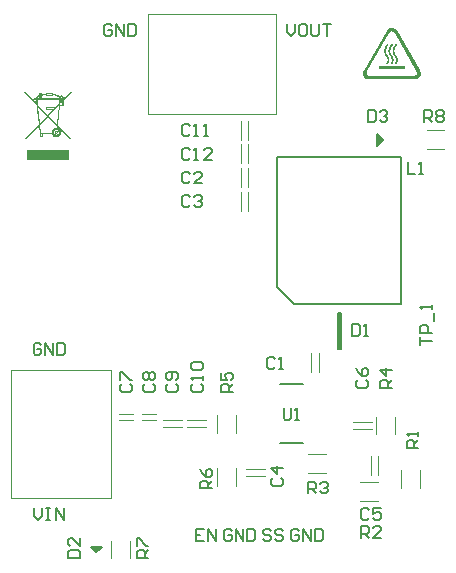
<source format=gto>
G04*
G04 #@! TF.GenerationSoftware,Altium Limited,Altium Designer,22.7.1 (60)*
G04*
G04 Layer_Color=65535*
%FSLAX44Y44*%
%MOMM*%
G71*
G04*
G04 #@! TF.SameCoordinates,B907E7F6-3D8B-4148-802C-DA242210B7AD*
G04*
G04*
G04 #@! TF.FilePolarity,Positive*
G04*
G01*
G75*
%ADD10C,0.1000*%
%ADD11C,0.2000*%
G36*
X59378Y427607D02*
X51473Y419508D01*
X52316D01*
Y415167D01*
X49205D01*
X48622Y408363D01*
X47780Y398968D01*
X58147Y388212D01*
X57369Y387369D01*
X47650Y397412D01*
X47585Y396829D01*
X48039Y396635D01*
X48557Y396311D01*
X49011Y395857D01*
X49335Y395404D01*
X49594Y394885D01*
X49788Y394367D01*
X49918Y393849D01*
X49983Y393201D01*
X49918Y392618D01*
X49724Y391970D01*
X49400Y391257D01*
X48946Y390609D01*
X48492Y390155D01*
X47909Y389767D01*
X47197Y389507D01*
X46613Y389313D01*
X45836D01*
X45058Y389378D01*
X44216Y389637D01*
X43503Y390155D01*
X42985Y390739D01*
X42596Y391257D01*
X42337Y391775D01*
X34691D01*
Y389119D01*
X32229D01*
Y391775D01*
X31905D01*
X31257Y398708D01*
X20177Y387369D01*
X19399Y388147D01*
X31127Y400263D01*
X30609Y405642D01*
X29896Y413093D01*
X29572Y416203D01*
X18622Y427607D01*
X19399Y428385D01*
X29443Y417953D01*
X29183Y420480D01*
X27499D01*
Y422488D01*
X29054D01*
X28989Y422942D01*
X29119Y423201D01*
X29248Y423396D01*
X29508Y423655D01*
X29896Y423979D01*
X30285Y424238D01*
X30739Y424497D01*
X31192Y424691D01*
X31516Y424886D01*
Y426117D01*
X34173D01*
Y425598D01*
X35015Y425728D01*
X35857Y425858D01*
X36635Y425923D01*
X37153D01*
Y426765D01*
X43374D01*
Y425793D01*
X44151Y425728D01*
X45123Y425534D01*
X46030Y425339D01*
X46937Y425080D01*
X47780Y424756D01*
X48363Y424497D01*
X48816Y424173D01*
X49141Y423914D01*
X49270Y424108D01*
X49594Y424303D01*
X49983Y424432D01*
X50436Y424497D01*
X50890Y424432D01*
X51343Y424238D01*
X51667Y423979D01*
X51927Y423525D01*
X52056Y423266D01*
X52121Y422877D01*
X52056Y422553D01*
X51992Y422294D01*
X51862Y421970D01*
X51667Y421776D01*
X51473Y421581D01*
X51279Y421452D01*
X51149Y421322D01*
Y420739D01*
X58536Y428385D01*
X59378Y427607D01*
D02*
G37*
G36*
X56398Y378428D02*
Y378298D01*
Y378168D01*
Y377909D01*
Y377520D01*
Y377067D01*
Y377002D01*
Y376808D01*
Y376548D01*
Y376160D01*
Y375706D01*
Y375188D01*
Y374021D01*
Y373957D01*
Y373762D01*
Y373438D01*
Y372985D01*
Y372013D01*
Y370976D01*
Y370911D01*
Y370782D01*
Y370328D01*
Y369810D01*
Y369680D01*
Y369615D01*
X20954D01*
Y369810D01*
Y369939D01*
Y370198D01*
Y370522D01*
Y370976D01*
Y371041D01*
Y371235D01*
Y371494D01*
Y371883D01*
Y372337D01*
Y372855D01*
Y374021D01*
Y374086D01*
Y374281D01*
Y374604D01*
Y375058D01*
Y376030D01*
Y377067D01*
Y377132D01*
Y377261D01*
Y377520D01*
Y377780D01*
Y378039D01*
Y378298D01*
Y378428D01*
Y378492D01*
X56398D01*
Y378428D01*
D02*
G37*
G36*
X330745Y481901D02*
X331199Y481771D01*
X331717Y481642D01*
X332300Y481382D01*
X332819Y481059D01*
X333402Y480605D01*
X333467Y480540D01*
X333596Y480410D01*
X333920Y480087D01*
X333985Y480022D01*
X334050Y479892D01*
X334309Y479503D01*
X353877Y445615D01*
X353942Y445551D01*
X354007Y445356D01*
X354136Y444967D01*
X354331Y444514D01*
X354460Y443996D01*
X354525Y443348D01*
Y442700D01*
X354460Y441987D01*
Y441922D01*
X354395Y441792D01*
X354331Y441533D01*
X354266Y441274D01*
Y441209D01*
X354201Y441080D01*
X354072Y440885D01*
X353942Y440561D01*
X353877D01*
X353812Y440497D01*
X353683Y440302D01*
X353488Y439978D01*
X353164Y439654D01*
X352776Y439266D01*
X352322Y438877D01*
X351739Y438553D01*
X351091Y438293D01*
X351026D01*
X350832Y438229D01*
X350573Y438164D01*
X350313D01*
X350249Y438099D01*
X349989D01*
X349665Y438034D01*
X310205D01*
X309816Y438099D01*
X309363Y438229D01*
X308780Y438358D01*
X308196Y438618D01*
X307613Y438941D01*
X307030Y439395D01*
X306965Y439460D01*
X306836Y439589D01*
X306512Y439913D01*
X306447Y439978D01*
X306382Y440108D01*
X306123Y440561D01*
X306058Y440626D01*
X305993Y440821D01*
X305864Y441144D01*
X305669Y441598D01*
X305540Y442117D01*
X305475Y442700D01*
Y443348D01*
X305540Y444060D01*
Y444125D01*
X305604Y444319D01*
X305669Y444579D01*
X305734Y444773D01*
Y444838D01*
X305799Y444967D01*
X305928Y445162D01*
X306058Y445421D01*
Y445486D01*
Y445551D01*
X306123D01*
X325626Y479374D01*
Y479439D01*
X325756Y479568D01*
X326015Y479957D01*
X326534Y480540D01*
X327117Y481059D01*
X327246Y481123D01*
X327505Y481253D01*
X327570Y481318D01*
X327700Y481382D01*
X327959Y481512D01*
X328218Y481642D01*
X328607Y481771D01*
X329061Y481836D01*
X329514Y481966D01*
X330356D01*
X330745Y481901D01*
D02*
G37*
%LPC*%
G36*
X42272Y425663D02*
X38320D01*
Y425015D01*
X42272D01*
Y425663D01*
D02*
G37*
G36*
X33071Y425015D02*
X32618D01*
Y423525D01*
X33071D01*
Y425015D01*
D02*
G37*
G36*
X37153Y424756D02*
X36052Y424691D01*
X35080Y424562D01*
X34173Y424367D01*
Y422488D01*
X48622D01*
Y422747D01*
X48169Y423201D01*
X47585Y423525D01*
X46808Y423914D01*
X45836Y424173D01*
X44670Y424432D01*
X43374Y424627D01*
Y423914D01*
X37153D01*
Y424756D01*
D02*
G37*
G36*
X31516Y423590D02*
X30868Y423266D01*
X30479Y423007D01*
X30155Y422683D01*
Y422488D01*
X31516D01*
Y423590D01*
D02*
G37*
G36*
X50372Y423396D02*
X50307D01*
X50112Y423331D01*
X49918Y423136D01*
X49853Y422812D01*
Y422747D01*
X49918Y422553D01*
X50048Y422359D01*
X50372Y422294D01*
X50436D01*
X50696Y422359D01*
X50890Y422488D01*
X50955Y422812D01*
Y422877D01*
X50890Y423136D01*
X50696Y423331D01*
X50372Y423396D01*
D02*
G37*
G36*
X51149Y418406D02*
X49011D01*
Y416268D01*
X51149D01*
Y418406D01*
D02*
G37*
G36*
X43957Y413547D02*
X38125D01*
Y413158D01*
X43957D01*
Y413547D01*
D02*
G37*
G36*
X48492Y420480D02*
X30350D01*
X30674Y416721D01*
X38903Y408169D01*
X42661Y412056D01*
X37024D01*
Y414648D01*
X45188D01*
X47909Y417434D01*
Y419508D01*
X48363D01*
X48492Y420480D01*
D02*
G37*
G36*
X30868Y414907D02*
X32164Y401235D01*
X38125Y407391D01*
X30868Y414907D01*
D02*
G37*
G36*
X47909Y415814D02*
X45188Y413028D01*
Y412056D01*
X44216D01*
X39680Y407391D01*
X46743Y400069D01*
X48039Y415167D01*
X47909D01*
Y415814D01*
D02*
G37*
G36*
X38903Y406549D02*
X32294Y399745D01*
X32942Y392942D01*
X42078D01*
X42013Y393525D01*
X42207Y394367D01*
X42531Y395145D01*
X42985Y395793D01*
X43439Y396246D01*
X43957Y396635D01*
X44670Y396959D01*
X45382Y397153D01*
X45965Y397218D01*
X46484Y397153D01*
X46613Y398579D01*
X38903Y406549D01*
D02*
G37*
G36*
X45965Y395210D02*
X45641D01*
X45382Y395080D01*
X44994Y394950D01*
X44670Y394756D01*
X44346Y394367D01*
X44086Y393914D01*
X44022Y393266D01*
Y393201D01*
X44086Y392942D01*
X44151Y392682D01*
X44281Y392294D01*
X44475Y391970D01*
X44864Y391646D01*
X45318Y391386D01*
X45965Y391322D01*
X46030D01*
X46290Y391386D01*
X46613Y391451D01*
X46937Y391581D01*
X47326Y391775D01*
X47585Y392164D01*
X47845Y392618D01*
X47909Y393266D01*
Y393330D01*
Y393590D01*
X47780Y393914D01*
X47650Y394238D01*
X47456Y394626D01*
X47067Y394885D01*
X46613Y395145D01*
X45965Y395210D01*
D02*
G37*
G36*
X33590Y391775D02*
X33330D01*
Y390220D01*
X33590D01*
Y391775D01*
D02*
G37*
%LPD*%
G36*
X46613Y394432D02*
X46873Y394238D01*
X47067Y394043D01*
X47197Y393719D01*
X47261Y393266D01*
Y393201D01*
Y393071D01*
X47132Y392618D01*
X46937Y392359D01*
X46743Y392164D01*
X46419Y392034D01*
X45965Y391970D01*
X45771D01*
X45318Y392164D01*
X45058Y392294D01*
X44864Y392488D01*
X44734Y392812D01*
X44670Y393266D01*
Y393330D01*
Y393460D01*
X44864Y393914D01*
X44994Y394173D01*
X45188Y394367D01*
X45512Y394497D01*
X45965Y394562D01*
X46160D01*
X46613Y394432D01*
D02*
G37*
%LPC*%
G36*
X46095Y393460D02*
X45901D01*
X45836Y393395D01*
X45771Y393266D01*
Y393201D01*
X45836Y393136D01*
X45965Y393071D01*
X46095D01*
X46160Y393136D01*
Y393266D01*
Y393330D01*
Y393395D01*
X46095Y393460D01*
D02*
G37*
G36*
X330032Y478661D02*
X329903D01*
X329579Y478596D01*
X329125Y478531D01*
X328607Y478272D01*
X328542Y478208D01*
X328477Y478143D01*
X328413D01*
X328348Y478078D01*
X328153Y477883D01*
X327894Y477624D01*
X327635Y477236D01*
X309039Y445097D01*
Y445032D01*
Y444967D01*
X308974Y444903D01*
X308909Y444644D01*
X308844Y444579D01*
X308780Y444255D01*
Y444190D01*
Y444060D01*
X308715Y443866D01*
Y443607D01*
X308780Y443024D01*
X309039Y442376D01*
X309104D01*
X309168Y442246D01*
X309298Y442052D01*
X309363Y441987D01*
X309557Y441728D01*
X309622D01*
X309687Y441598D01*
X310075Y441404D01*
X310659Y441144D01*
X311047Y441080D01*
X311436Y441015D01*
X348629D01*
Y441080D01*
X349082D01*
X349212Y441144D01*
X349471D01*
X349601Y441209D01*
X349989Y441404D01*
X350443Y441792D01*
X350961Y442376D01*
X351026Y442505D01*
X351156Y442764D01*
X351221Y443218D01*
X351285Y443736D01*
Y443801D01*
Y443996D01*
Y444125D01*
X351221Y444384D01*
X351091Y444708D01*
X350896Y445097D01*
Y445162D01*
X332365Y477300D01*
X332300D01*
X332235Y477365D01*
X332106Y477624D01*
Y477689D01*
X331976Y477754D01*
X331847Y477883D01*
X331782Y477948D01*
X331717Y478013D01*
X331328Y478272D01*
X330745Y478467D01*
X330421Y478596D01*
X330032D01*
Y478661D01*
D02*
G37*
%LPD*%
G36*
X334309Y467970D02*
X334827Y467322D01*
X334762Y467257D01*
X334568Y467127D01*
X334309Y466933D01*
X333985Y466609D01*
X333920Y466544D01*
X333791Y466350D01*
X333531Y466026D01*
X333272Y465637D01*
X333207Y465508D01*
X333013Y465119D01*
X332754Y464536D01*
X332495Y463823D01*
X332300Y462916D01*
X332235Y461944D01*
X332430Y460842D01*
X332559Y460324D01*
X332819Y459741D01*
X332883Y459676D01*
X333013Y459417D01*
X333272Y459028D01*
X333661Y458445D01*
X333726Y458315D01*
X333985Y457991D01*
X334244Y457538D01*
X334568Y457019D01*
X334633Y456890D01*
X334827Y456501D01*
X334957Y455918D01*
X335087Y455075D01*
Y455011D01*
Y454881D01*
Y454428D01*
Y454363D01*
Y454168D01*
Y453909D01*
X335022Y453715D01*
Y453585D01*
X334957Y453326D01*
X334827Y452873D01*
X334698Y452354D01*
X334439Y451836D01*
X334114Y451317D01*
X333726Y450929D01*
X333207Y450670D01*
X332754Y452030D01*
X332883Y452095D01*
X332948Y452160D01*
X333078Y452354D01*
X333207Y452548D01*
X333402Y452937D01*
X333531Y453326D01*
X333661Y453909D01*
Y453974D01*
Y454104D01*
Y454298D01*
Y454428D01*
Y454492D01*
Y454622D01*
Y454816D01*
Y454946D01*
Y455011D01*
X333596Y455140D01*
Y455400D01*
X333467Y455723D01*
X333337Y456112D01*
X333143Y456566D01*
X332819Y457019D01*
X332495Y457538D01*
Y457603D01*
X332365Y457667D01*
X332106Y458056D01*
X331782Y458574D01*
X331523Y459093D01*
X331458Y459158D01*
X331393Y459417D01*
X331199Y459806D01*
X331069Y460324D01*
X330939Y460907D01*
X330810Y461555D01*
X330745Y462268D01*
X330810Y462981D01*
Y463045D01*
X330875Y463305D01*
X330939Y463693D01*
X331069Y464147D01*
X331264Y464665D01*
X331458Y465248D01*
X331782Y465896D01*
X332106Y466479D01*
X332171Y466609D01*
X332365Y466868D01*
X332624Y467192D01*
X332948Y467581D01*
X333013Y467646D01*
X333272Y467840D01*
X333596Y468164D01*
X333985Y468488D01*
X334309Y467970D01*
D02*
G37*
G36*
X330745D02*
X331199Y467322D01*
X331134Y467257D01*
X330939Y467127D01*
X330680Y466868D01*
X330356Y466609D01*
X330292Y466544D01*
X330162Y466350D01*
X329968Y466026D01*
X329708Y465637D01*
X329644Y465508D01*
X329449Y465119D01*
X329190Y464536D01*
X328931Y463823D01*
X328736Y462916D01*
X328672Y461944D01*
X328866Y460842D01*
X328996Y460324D01*
X329255Y459741D01*
X329320Y459676D01*
X329449Y459417D01*
X329708Y458963D01*
X330097Y458445D01*
X330162Y458315D01*
X330356Y457991D01*
X330616Y457538D01*
X330939Y457019D01*
X331004Y456890D01*
X331199Y456501D01*
X331393Y455918D01*
X331523Y455075D01*
Y455011D01*
Y454946D01*
Y454752D01*
Y454428D01*
Y454363D01*
Y454168D01*
X331458Y453909D01*
Y453715D01*
Y453585D01*
X331393Y453326D01*
X331264Y452873D01*
X331069Y452354D01*
X330810Y451836D01*
X330486Y451317D01*
X330097Y450929D01*
X329579Y450670D01*
X329125Y452030D01*
X329255Y452095D01*
X329320Y452160D01*
X329514Y452354D01*
X329644Y452548D01*
X329773Y452937D01*
X329903Y453326D01*
X330032Y453909D01*
Y453974D01*
Y454104D01*
Y454428D01*
Y454492D01*
Y454622D01*
Y454946D01*
Y455011D01*
Y455140D01*
X329968Y455400D01*
X329903Y455723D01*
X329708Y456112D01*
X329514Y456566D01*
X329255Y457019D01*
X328931Y457538D01*
Y457603D01*
X328801Y457732D01*
X328542Y458121D01*
X328218Y458639D01*
X327959Y459093D01*
X327894Y459158D01*
X327829Y459417D01*
X327635Y459806D01*
X327505Y460324D01*
X327311Y460907D01*
X327181Y461555D01*
X327117Y462268D01*
X327181Y462981D01*
Y463045D01*
X327246Y463305D01*
X327311Y463693D01*
X327441Y464147D01*
X327635Y464665D01*
X327894Y465248D01*
X328477Y466479D01*
X328542Y466609D01*
X328736Y466868D01*
X328996Y467192D01*
X329320Y467581D01*
X329384Y467646D01*
X329644Y467905D01*
X329968Y468164D01*
X330356Y468488D01*
X330745Y467970D01*
D02*
G37*
G36*
X327117D02*
X327635Y467322D01*
X327570D01*
X327505Y467257D01*
X327311Y467127D01*
X327052Y466868D01*
X326793Y466609D01*
X326728Y466544D01*
X326534Y466350D01*
X326339Y466026D01*
X326080Y465637D01*
X326015Y465508D01*
X325821Y465119D01*
X325561Y464536D01*
X325302Y463823D01*
X325108Y462916D01*
X325043Y461944D01*
X325238Y460842D01*
X325367Y460324D01*
X325626Y459741D01*
X325691Y459676D01*
X325821Y459417D01*
X326080Y459028D01*
X326469Y458445D01*
X326534Y458315D01*
X326728Y457991D01*
X326987Y457538D01*
X327311Y457019D01*
X327376Y456890D01*
X327570Y456501D01*
X327765Y455918D01*
X327894Y455075D01*
Y455011D01*
Y454816D01*
Y454622D01*
Y454428D01*
Y454363D01*
Y454168D01*
Y453909D01*
X327829Y453715D01*
Y453585D01*
X327765Y453326D01*
X327635Y452873D01*
X327441Y452354D01*
X327181Y451836D01*
X326857Y451317D01*
X326469Y450929D01*
X325950Y450670D01*
X325497Y452030D01*
X325626Y452095D01*
X325691Y452160D01*
X325886Y452354D01*
X326015Y452548D01*
X326145Y452937D01*
X326274Y453326D01*
X326404Y453909D01*
Y453974D01*
X326469Y454104D01*
Y454428D01*
Y454492D01*
Y454557D01*
Y454946D01*
Y455011D01*
X326404Y455140D01*
Y455400D01*
X326274Y455723D01*
X326145Y456112D01*
X325950Y456566D01*
X325626Y457019D01*
X325302Y457538D01*
Y457603D01*
X325173Y457667D01*
X324914Y458056D01*
X324590Y458574D01*
X324330Y459093D01*
X324266Y459158D01*
X324201Y459417D01*
X324006Y459806D01*
X323877Y460324D01*
X323747Y460907D01*
X323618Y461555D01*
X323553Y462268D01*
X323618Y462981D01*
Y463045D01*
X323683Y463305D01*
X323747Y463693D01*
X323877Y464147D01*
X324006Y464665D01*
X324266Y465248D01*
X324525Y465896D01*
X324849Y466479D01*
X324914Y466609D01*
X325108Y466868D01*
X325367Y467192D01*
X325691Y467581D01*
X325821Y467711D01*
X326015Y467905D01*
X326404Y468229D01*
X326728Y468488D01*
X327117Y467970D01*
D02*
G37*
G36*
X340853Y447170D02*
X319147D01*
Y448985D01*
X340853D01*
Y447170D01*
D02*
G37*
D10*
X359500Y379000D02*
X374500D01*
X359500Y395000D02*
X374500D01*
X108000Y32500D02*
Y47500D01*
X92000Y32500D02*
Y47500D01*
X8000Y84000D02*
X92000D01*
X8000Y192000D02*
X92000D01*
X8000Y84000D02*
Y192000D01*
X92000Y84000D02*
Y192000D01*
X182250Y139000D02*
Y154000D01*
X198250Y139000D02*
Y154000D01*
X202000Y327000D02*
Y343000D01*
X208000Y327000D02*
Y343000D01*
X202000Y347000D02*
Y363000D01*
X208000Y347000D02*
Y363000D01*
X202500Y367000D02*
Y383000D01*
X208500Y367000D02*
Y383000D01*
X202500Y387000D02*
Y403000D01*
X208500Y387000D02*
Y403000D01*
X297000Y148000D02*
X313000D01*
X297000Y142000D02*
X313000D01*
X333000Y137500D02*
Y152500D01*
X317000Y137500D02*
Y152500D01*
X259000Y120500D02*
X274000D01*
X259000Y104500D02*
X274000D01*
X338000Y92500D02*
Y107500D01*
X354000Y92500D02*
Y107500D01*
X318000Y103000D02*
Y119000D01*
X312000Y103000D02*
Y119000D01*
X303000Y96750D02*
X318000D01*
X303000Y80750D02*
X318000D01*
X262000Y190000D02*
Y206000D01*
X268000Y190000D02*
Y206000D01*
X207000Y102000D02*
X223000D01*
X207000Y108000D02*
X223000D01*
X182250Y94000D02*
Y109000D01*
X198250Y94000D02*
Y109000D01*
X157000Y149500D02*
X173000D01*
X157000Y143500D02*
X173000D01*
X136000Y149500D02*
X152000D01*
X136000Y143500D02*
X152000D01*
X118500Y150000D02*
X130500D01*
X118500Y155000D02*
X130500D01*
X99000Y150000D02*
X111000D01*
X99000Y155000D02*
X111000D01*
X124000Y409000D02*
Y493000D01*
X232000Y409000D02*
Y493000D01*
X124000D02*
X232000D01*
X124000Y409000D02*
X232000D01*
D11*
X318750Y385750D02*
X322500Y387000D01*
X317500Y382000D02*
X318750Y385750D01*
X317500Y382000D02*
X322500Y387000D01*
X320000Y384500D02*
X322500Y387000D01*
X318750D02*
X320000Y384500D01*
X317500Y389500D02*
X318750Y387000D01*
X317500Y389500D02*
X320000D01*
Y384500D02*
Y389500D01*
X317500Y387000D02*
X320000Y384500D01*
X317500Y387000D02*
X320000D01*
X317500Y382000D02*
X322500Y387000D01*
X317500Y392000D02*
X322500Y387000D01*
X317500Y382000D02*
Y392000D01*
X75000Y42500D02*
X85000D01*
X80000Y37500D02*
X85000Y42500D01*
X75000D02*
X80000Y37500D01*
Y40000D02*
Y42500D01*
X77500Y40000D02*
X80000Y42500D01*
X77500Y40000D02*
X82500D01*
Y42500D01*
X80000Y41250D02*
X82500Y42500D01*
X77500Y40000D02*
X80000Y41250D01*
X77500Y40000D02*
X80000Y37500D01*
X75000Y42500D02*
X80000Y37500D01*
X75000Y42500D02*
X78750Y41250D01*
X80000Y37500D01*
X247250Y247500D02*
X337500D01*
X232500Y262250D02*
X247250Y247500D01*
X232500Y262250D02*
Y372500D01*
X337500D01*
Y247500D02*
Y372500D01*
X284370Y209760D02*
Y240240D01*
Y209760D02*
X286910D01*
Y240240D01*
X284370D02*
X286910D01*
X284370D02*
X285640D01*
Y209760D02*
Y240240D01*
X235000Y180000D02*
X255000D01*
X235000Y130000D02*
X255000D01*
X194442Y55832D02*
X192776Y57498D01*
X189444D01*
X187777Y55832D01*
Y49168D01*
X189444Y47502D01*
X192776D01*
X194442Y49168D01*
Y52500D01*
X191110D01*
X197774Y47502D02*
Y57498D01*
X204439Y47502D01*
Y57498D01*
X207771D02*
Y47502D01*
X212769D01*
X214436Y49168D01*
Y55832D01*
X212769Y57498D01*
X207771D01*
X251655Y55832D02*
X249989Y57498D01*
X246656D01*
X244990Y55832D01*
Y49168D01*
X246656Y47502D01*
X249989D01*
X251655Y49168D01*
Y52500D01*
X248323D01*
X254987Y47502D02*
Y57498D01*
X261652Y47502D01*
Y57498D01*
X264984D02*
Y47502D01*
X269982D01*
X271648Y49168D01*
Y55832D01*
X269982Y57498D01*
X264984D01*
X228047Y55832D02*
X226381Y57498D01*
X223048D01*
X221382Y55832D01*
Y54166D01*
X223048Y52500D01*
X226381D01*
X228047Y50834D01*
Y49168D01*
X226381Y47502D01*
X223048D01*
X221382Y49168D01*
X238043Y55832D02*
X236377Y57498D01*
X233045D01*
X231379Y55832D01*
Y54166D01*
X233045Y52500D01*
X236377D01*
X238043Y50834D01*
Y49168D01*
X236377Y47502D01*
X233045D01*
X231379Y49168D01*
X170834Y57498D02*
X164169D01*
Y47502D01*
X170834D01*
X164169Y52500D02*
X167502D01*
X174166Y47502D02*
Y57498D01*
X180831Y47502D01*
Y57498D01*
X354169Y213339D02*
Y220003D01*
Y216671D01*
X364165D01*
Y223335D02*
X354169D01*
Y228334D01*
X355835Y230000D01*
X359167D01*
X360833Y228334D01*
Y223335D01*
X365831Y233332D02*
Y239997D01*
X364165Y243329D02*
Y246661D01*
Y244995D01*
X354169D01*
X355835Y243329D01*
X33335Y213332D02*
X31669Y214998D01*
X28337D01*
X26671Y213332D01*
Y206668D01*
X28337Y205002D01*
X31669D01*
X33335Y206668D01*
Y210000D01*
X30003D01*
X36668Y205002D02*
Y214998D01*
X43332Y205002D01*
Y214998D01*
X46665D02*
Y205002D01*
X51663D01*
X53329Y206668D01*
Y213332D01*
X51663Y214998D01*
X46665D01*
X27504Y74998D02*
Y68334D01*
X30836Y65002D01*
X34169Y68334D01*
Y74998D01*
X37501D02*
X40833D01*
X39167D01*
Y65002D01*
X37501D01*
X40833D01*
X45831D02*
Y74998D01*
X52496Y65002D01*
Y74998D01*
X93336Y483332D02*
X91669Y484998D01*
X88337D01*
X86671Y483332D01*
Y476668D01*
X88337Y475002D01*
X91669D01*
X93336Y476668D01*
Y480000D01*
X90003D01*
X96668Y475002D02*
Y484998D01*
X103332Y475002D01*
Y484998D01*
X106664D02*
Y475002D01*
X111663D01*
X113329Y476668D01*
Y483332D01*
X111663Y484998D01*
X106664D01*
X241673D02*
Y478334D01*
X245005Y475002D01*
X248337Y478334D01*
Y484998D01*
X256668D02*
X253335D01*
X251669Y483332D01*
Y476668D01*
X253335Y475002D01*
X256668D01*
X258334Y476668D01*
Y483332D01*
X256668Y484998D01*
X261666D02*
Y476668D01*
X263332Y475002D01*
X266665D01*
X268331Y476668D01*
Y484998D01*
X271663D02*
X278327D01*
X274995D01*
Y475002D01*
X357669Y402002D02*
Y411998D01*
X362668D01*
X364334Y410332D01*
Y407000D01*
X362668Y405334D01*
X357669D01*
X361002D02*
X364334Y402002D01*
X367666Y410332D02*
X369332Y411998D01*
X372664D01*
X374331Y410332D01*
Y408666D01*
X372664Y407000D01*
X374331Y405334D01*
Y403668D01*
X372664Y402002D01*
X369332D01*
X367666Y403668D01*
Y405334D01*
X369332Y407000D01*
X367666Y408666D01*
Y410332D01*
X369332Y407000D02*
X372664D01*
X123998Y32669D02*
X114002D01*
Y37668D01*
X115668Y39334D01*
X119000D01*
X120666Y37668D01*
Y32669D01*
Y36002D02*
X123998Y39334D01*
X114002Y42666D02*
Y49331D01*
X115668D01*
X122332Y42666D01*
X123998D01*
X309669Y411998D02*
Y402002D01*
X314668D01*
X316334Y403668D01*
Y410332D01*
X314668Y411998D01*
X309669D01*
X319666Y410332D02*
X321332Y411998D01*
X324664D01*
X326331Y410332D01*
Y408666D01*
X324664Y407000D01*
X322998D01*
X324664D01*
X326331Y405334D01*
Y403668D01*
X324664Y402002D01*
X321332D01*
X319666Y403668D01*
X56002Y32669D02*
X65998D01*
Y37668D01*
X64332Y39334D01*
X57668D01*
X56002Y37668D01*
Y32669D01*
X65998Y49331D02*
Y42666D01*
X59334Y49331D01*
X57668D01*
X56002Y47664D01*
Y44332D01*
X57668Y42666D01*
X238335Y159998D02*
Y151668D01*
X240002Y150002D01*
X243334D01*
X245000Y151668D01*
Y159998D01*
X248332Y150002D02*
X251665D01*
X249998D01*
Y159998D01*
X248332Y158332D01*
X177498Y91669D02*
X167502D01*
Y96668D01*
X169168Y98334D01*
X172500D01*
X174166Y96668D01*
Y91669D01*
Y95002D02*
X177498Y98334D01*
X167502Y108331D02*
X169168Y104998D01*
X172500Y101666D01*
X175832D01*
X177498Y103332D01*
Y106664D01*
X175832Y108331D01*
X174166D01*
X172500Y106664D01*
Y101666D01*
X195248Y173169D02*
X185252D01*
Y178168D01*
X186918Y179834D01*
X190250D01*
X191916Y178168D01*
Y173169D01*
Y176502D02*
X195248Y179834D01*
X185252Y189831D02*
Y183166D01*
X190250D01*
X188584Y186498D01*
Y188165D01*
X190250Y189831D01*
X193582D01*
X195248Y188165D01*
Y184832D01*
X193582Y183166D01*
X329998Y176669D02*
X320002D01*
Y181668D01*
X321668Y183334D01*
X325000D01*
X326666Y181668D01*
Y176669D01*
Y180002D02*
X329998Y183334D01*
Y191665D02*
X320002D01*
X325000Y186666D01*
Y193331D01*
X259169Y87502D02*
Y97498D01*
X264168D01*
X265834Y95832D01*
Y92500D01*
X264168Y90834D01*
X259169D01*
X262502D02*
X265834Y87502D01*
X269166Y95832D02*
X270832Y97498D01*
X274165D01*
X275831Y95832D01*
Y94166D01*
X274165Y92500D01*
X272498D01*
X274165D01*
X275831Y90834D01*
Y89168D01*
X274165Y87502D01*
X270832D01*
X269166Y89168D01*
X304169Y50002D02*
Y59998D01*
X309168D01*
X310834Y58332D01*
Y55000D01*
X309168Y53334D01*
X304169D01*
X307502D02*
X310834Y50002D01*
X320831D02*
X314166D01*
X320831Y56666D01*
Y58332D01*
X319165Y59998D01*
X315832D01*
X314166Y58332D01*
X352498Y125836D02*
X342502D01*
Y130834D01*
X344168Y132500D01*
X347500D01*
X349166Y130834D01*
Y125836D01*
Y129168D02*
X352498Y132500D01*
Y135832D02*
Y139164D01*
Y137498D01*
X342502D01*
X344168Y135832D01*
X343335Y367998D02*
Y358002D01*
X350000D01*
X353332D02*
X356665D01*
X354998D01*
Y367998D01*
X353332Y366332D01*
X296336Y230998D02*
Y221002D01*
X301334D01*
X303000Y222668D01*
Y229332D01*
X301334Y230998D01*
X296336D01*
X306332Y221002D02*
X309664D01*
X307998D01*
Y230998D01*
X306332Y229332D01*
X159169Y378332D02*
X157502Y379998D01*
X154170D01*
X152504Y378332D01*
Y371668D01*
X154170Y370002D01*
X157502D01*
X159169Y371668D01*
X162501Y370002D02*
X165833D01*
X164167D01*
Y379998D01*
X162501Y378332D01*
X177496Y370002D02*
X170832D01*
X177496Y376666D01*
Y378332D01*
X175830Y379998D01*
X172498D01*
X170832Y378332D01*
X159169Y398332D02*
X157502Y399998D01*
X154170D01*
X152504Y398332D01*
Y391668D01*
X154170Y390002D01*
X157502D01*
X159169Y391668D01*
X162501Y390002D02*
X165833D01*
X164167D01*
Y399998D01*
X162501Y398332D01*
X170832Y390002D02*
X174164D01*
X172498D01*
Y399998D01*
X170832Y398332D01*
X161668Y180334D02*
X160002Y178668D01*
Y175336D01*
X161668Y173669D01*
X168332D01*
X169998Y175336D01*
Y178668D01*
X168332Y180334D01*
X169998Y183666D02*
Y186998D01*
Y185332D01*
X160002D01*
X161668Y183666D01*
Y191997D02*
X160002Y193663D01*
Y196995D01*
X161668Y198661D01*
X168332D01*
X169998Y196995D01*
Y193663D01*
X168332Y191997D01*
X161668D01*
X140668Y180334D02*
X139002Y178668D01*
Y175336D01*
X140668Y173669D01*
X147332D01*
X148998Y175336D01*
Y178668D01*
X147332Y180334D01*
Y183666D02*
X148998Y185332D01*
Y188664D01*
X147332Y190331D01*
X140668D01*
X139002Y188664D01*
Y185332D01*
X140668Y183666D01*
X142334D01*
X144000Y185332D01*
Y190331D01*
X121168Y180334D02*
X119502Y178668D01*
Y175336D01*
X121168Y173669D01*
X127832D01*
X129498Y175336D01*
Y178668D01*
X127832Y180334D01*
X121168Y183666D02*
X119502Y185332D01*
Y188664D01*
X121168Y190331D01*
X122834D01*
X124500Y188664D01*
X126166Y190331D01*
X127832D01*
X129498Y188664D01*
Y185332D01*
X127832Y183666D01*
X126166D01*
X124500Y185332D01*
X122834Y183666D01*
X121168D01*
X124500Y185332D02*
Y188664D01*
X101668Y180334D02*
X100002Y178668D01*
Y175336D01*
X101668Y173669D01*
X108332D01*
X109998Y175336D01*
Y178668D01*
X108332Y180334D01*
X100002Y183666D02*
Y190331D01*
X101668D01*
X108332Y183666D01*
X109998D01*
X301668Y183334D02*
X300002Y181668D01*
Y178335D01*
X301668Y176669D01*
X308332D01*
X309998Y178335D01*
Y181668D01*
X308332Y183334D01*
X300002Y193331D02*
X301668Y189998D01*
X305000Y186666D01*
X308332D01*
X309998Y188332D01*
Y191665D01*
X308332Y193331D01*
X306666D01*
X305000Y191665D01*
Y186666D01*
X310834Y73332D02*
X309168Y74998D01*
X305835D01*
X304169Y73332D01*
Y66668D01*
X305835Y65002D01*
X309168D01*
X310834Y66668D01*
X320831Y74998D02*
X314166D01*
Y70000D01*
X317498Y71666D01*
X319165D01*
X320831Y70000D01*
Y66668D01*
X319165Y65002D01*
X315832D01*
X314166Y66668D01*
X229168Y100834D02*
X227502Y99168D01*
Y95836D01*
X229168Y94169D01*
X235832D01*
X237498Y95836D01*
Y99168D01*
X235832Y100834D01*
X237498Y109165D02*
X227502D01*
X232500Y104166D01*
Y110831D01*
X159169Y338332D02*
X157502Y339998D01*
X154170D01*
X152504Y338332D01*
Y331668D01*
X154170Y330002D01*
X157502D01*
X159169Y331668D01*
X162501Y338332D02*
X164167Y339998D01*
X167499D01*
X169165Y338332D01*
Y336666D01*
X167499Y335000D01*
X165833D01*
X167499D01*
X169165Y333334D01*
Y331668D01*
X167499Y330002D01*
X164167D01*
X162501Y331668D01*
X159169Y358332D02*
X157502Y359998D01*
X154170D01*
X152504Y358332D01*
Y351668D01*
X154170Y350002D01*
X157502D01*
X159169Y351668D01*
X169165Y350002D02*
X162501D01*
X169165Y356666D01*
Y358332D01*
X167499Y359998D01*
X164167D01*
X162501Y358332D01*
X231000Y201332D02*
X229334Y202998D01*
X226002D01*
X224335Y201332D01*
Y194668D01*
X226002Y193002D01*
X229334D01*
X231000Y194668D01*
X234332Y193002D02*
X237665D01*
X235998D01*
Y202998D01*
X234332Y201332D01*
M02*

</source>
